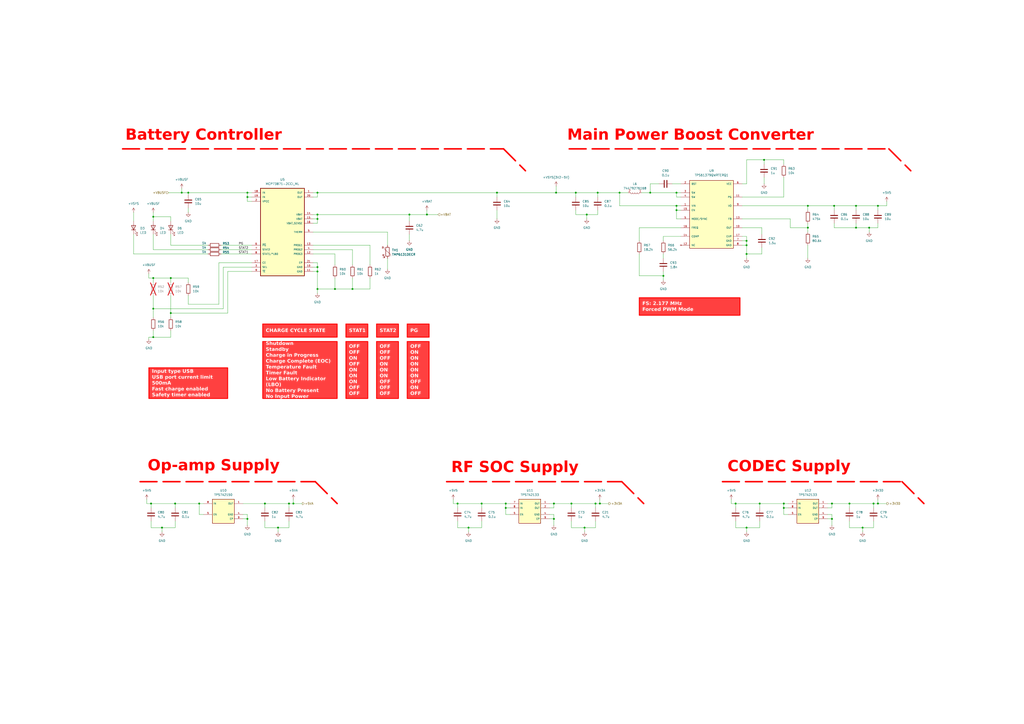
<source format=kicad_sch>
(kicad_sch (version 20231120) (generator "eeschema") (generator_version "8.0")
  (paper "A2")
  (title_block (title "POWER") (date "2025-03-29") (rev "0.1"))
  (lib_symbols
    (symbol "Device:C" (pin_numbers hide) (pin_names (offset 0.254))
      (property "Reference" "C" (at 0.635 2.54 0))
      (property "Value" "C" (at 0.635 -2.54 0))
      (symbol "C_1_1"
        (pin passive line (at 0 3.81 270) (length 2.794) (name "~") (number "1"))
        (pin passive line (at 0 -3.81 90) (length 2.794) (name "~") (number "2"))
      )
    )
    (symbol "Device:LED" (pin_numbers hide) (pin_names (offset 1.016) hide)
      (property "Reference" "D" (at 0 2.54 0))
      (property "Value" "LED" (at 0 -2.54 0))
      (symbol "LED_1_1"
        (pin passive line (at -3.81 0 0) (length 2.54) (name "K") (number "1"))
        (pin passive line (at 3.81 0 180) (length 2.54) (name "A") (number "2"))
      )
    )
    (symbol "Device:R" (pin_numbers hide) (pin_names (offset 0))
      (property "Reference" "R" (at 2.032 0 90))
      (property "Value" "R" (at 0 0 90))
      (symbol "R_1_1"
        (pin passive line (at 0 3.81 270) (length 1.27) (name "~") (number "1"))
        (pin passive line (at 0 -3.81 90) (length 1.27) (name "~") (number "2"))
      )
    )
    (symbol "Device:Thermistor_NTC" (pin_numbers hide) (pin_names (offset 0))
      (property "Reference" "TH" (at -4.445 0 90))
      (property "Value" "Thermistor_NTC" (at 3.175 0 90))
      (symbol "Thermistor_NTC_1_1"
        (pin passive line (at 0 3.81 270) (length 1.27) (name "~") (number "1"))
        (pin passive line (at 0 -3.81 90) (length 1.27) (name "~") (number "2"))
      )
    )
    (symbol "Wirelles_Guitar_Jack:74479276168"
      (property "Reference" "L" (at 0 0 0))
      (property "Value" "74479276168" (at 0 0 0))
      (symbol "74479276168_1_1"
        (pin passive line (at -3.81 -5.08 0) (length 1.27) (name "") (number "1"))
        (pin passive line (at 3.81 -5.08 180) (length 1.27) (name "") (number "2"))
      )
    )
    (symbol "Wirelles_Guitar_Jack:MCP73871-2CCI_ML" (pin_names (offset 1.016))
      (property "Reference" "U" (at -12.7 26.4 0))
      (property "Value" "MCP73871-2CCI_ML" (at -12.7 -29.4 0))
      (symbol "MCP73871-2CCI_ML_0_0"
        (pin output line (at 17.78 22.86 180) (length 5.08) (name "OUT") (number "1"))
        (pin bidirectional line (at 17.78 -12.7 180) (length 5.08) (name "PROG3") (number "12"))
        (pin bidirectional line (at 17.78 -7.62 180) (length 5.08) (name "PROG1") (number "13"))
        (pin bidirectional line (at 17.78 10.16 180) (length 5.08) (name "VBAT") (number "14"))
        (pin bidirectional line (at 17.78 7.62 180) (length 5.08) (name "VBAT") (number "15"))
        (pin bidirectional line (at 17.78 5.08 180) (length 5.08) (name "VBAT_SENSE") (number "16"))
        (pin input line (at -17.78 -17.78 0) (length 5.08) (name "CE") (number "17"))
        (pin input line (at -17.78 22.86 0) (length 5.08) (name "IN") (number "18"))
        (pin input line (at -17.78 20.32 0) (length 5.08) (name "IN") (number "19"))
        (pin input line (at -17.78 17.78 0) (length 5.08) (name "VPCC") (number "2"))
        (pin output line (at 17.78 20.32 180) (length 5.08) (name "OUT") (number "20"))
        (pin input line (at -17.78 -20.32 0) (length 5.08) (name "SEL") (number "3"))
        (pin input line (at 17.78 -10.16 180) (length 5.08) (name "PROG2") (number "4"))
        (pin bidirectional line (at 17.78 0 180) (length 5.08) (name "THERM") (number "5"))
        (pin output line (at -17.78 -7.62 0) (length 5.08) (name "~{PG}") (number "6"))
        (pin output line (at -17.78 -10.16 0) (length 5.08) (name "STAT2") (number "7"))
        (pin output line (at -17.78 -12.7 0) (length 5.08) (name "STAT1/*LBO") (number "8"))
        (pin input line (at -17.78 -22.86 0) (length 5.08) (name "~{TE}") (number "9"))
      )
      (symbol "MCP73871-2CCI_ML_1_0"
        (pin passive line (at 17.78 -20.32 180) (length 5.08) (name "GND") (number "10"))
        (pin passive line (at 17.78 -22.86 180) (length 5.08) (name "GND") (number "11"))
        (pin passive line (at 17.78 -17.78 180) (length 5.08) (name "EP") (number "21"))
      )
    )
    (symbol "Wirelles_Guitar_Jack:TPS61379QWRTERQ1" (pin_names (offset 1.016))
      (property "Reference" "U" (at -12.7 22.86 0))
      (property "Value" "TPS61379QWRTERQ1" (at -12.7 -22.86 0))
      (symbol "TPS61379QWRTERQ1_0_0"
        (pin power_in line (at -17.78 5.08 0) (length 5.08) (name "VIN") (number "1"))
        (pin power_in line (at 17.78 -7.62 180) (length 5.08) (name "OUT") (number "10"))
        (pin output line (at 17.78 10.16 180) (length 5.08) (name "PG") (number "11"))
        (pin no_connect line (at -17.78 -17.78 0) (length 5.08) (name "NC") (number "12"))
        (pin input line (at 17.78 -2.54 180) (length 5.08) (name "FB") (number "13"))
        (pin input line (at -17.78 -12.7 0) (length 5.08) (name "COMP") (number "14"))
        (pin input line (at -17.78 2.54 0) (length 5.08) (name "EN") (number "15"))
        (pin input line (at -17.78 -7.62 0) (length 5.08) (name "FREQ") (number "16"))
        (pin passive line (at 17.78 -12.7 180) (length 5.08) (name "EXP") (number "17"))
        (pin power_in line (at -17.78 17.78 0) (length 5.08) (name "BST") (number "2"))
        (pin power_in line (at -17.78 12.7 0) (length 5.08) (name "SW") (number "3"))
        (pin power_in line (at -17.78 10.16 0) (length 5.08) (name "SW") (number "4"))
        (pin input line (at -17.78 -2.54 0) (length 5.08) (name "MODE/SYNC") (number "5"))
        (pin power_in line (at 17.78 17.78 180) (length 5.08) (name "VCC") (number "6"))
        (pin power_in line (at 17.78 -15.24 180) (length 5.08) (name "GND") (number "7"))
        (pin power_in line (at 17.78 -17.78 180) (length 5.08) (name "GND") (number "8"))
        (pin power_in line (at 17.78 5.08 180) (length 5.08) (name "VO") (number "9"))
      )
    )
    (symbol "Wirelles_Guitar_Jack:TPS7A2133PQWDSGRQ1"
      (property "Reference" "U" (at 0 0 0))
      (property "Value" "TPS7A2133" (at 0 0 0))
      (symbol "TPS7A2133PQWDSGRQ1_0_0"
        (pin power_out line (at 19.05 -3.81 180) (length 5.08) (name "OUT") (number "1"))
        (pin power_out line (at 19.05 -6.35 180) (length 5.08) (name "OUT") (number "2"))
        (pin passive line (at 19.05 -10.16 180) (length 5.08) (name "GND") (number "4"))
        (pin input line (at -3.81 -10.16 0) (length 5.08) (name "EN") (number "5"))
        (pin power_in line (at -3.81 -3.81 0) (length 5.08) (name "IN") (number "7"))
        (pin power_in line (at -3.81 -6.35 0) (length 5.08) (name "IN") (number "8"))
        (pin passive line (at 19.05 -12.7 180) (length 5.08) (name "EP") (number "9"))
      )
    )
    (symbol "Wirelles_Guitar_Jack:TPS7A2150PQWDRBRQ1"
      (property "Reference" "U" (at 0 0 0))
      (property "Value" "TPS7A2150" (at 0 0 0))
      (symbol "TPS7A2150PQWDRBRQ1_0_0"
        (pin power_out line (at 19.05 -5.08 180) (length 5.08) (name "OUT") (number "1"))
        (pin passive line (at 19.05 -11.43 180) (length 5.08) (name "GND") (number "4"))
        (pin input line (at -3.81 -11.43 0) (length 5.08) (name "EN") (number "5"))
        (pin power_in line (at -3.81 -5.08 0) (length 5.08) (name "IN") (number "8"))
        (pin passive line (at 19.05 -13.97 180) (length 5.08) (name "EP") (number "9"))
      )
    )
    (symbol "power:+5VA" (power) (pin_numbers hide) (pin_names (offset 0) hide)
      (property "Value" "+5VA" (at 0 3.556 0))
      (symbol "+5VA_1_1"
        (pin power_in line (at 0 0 90) (length 0) (name "~") (number "1"))
      )
    )
    (symbol "power:GND" (power) (pin_numbers hide) (pin_names (offset 0) hide)
      (property "Value" "GND" (at 0 -3.81 0))
      (symbol "GND_1_1"
        (pin power_in line (at 0 0 270) (length 0) (name "~") (number "1"))
      )
    )
  )
  (junction (at 433.07 142.24))
  (junction (at 265.43 292.1))
  (junction (at 454.66 294.64))
  (junction (at 87.63 292.1))
  (junction (at 321.31 300.99))
  (junction (at 153.67 292.1))
  (junction (at 483.87 119.38))
  (junction (at 509.27 292.1))
  (junction (at 468.63 119.38))
  (junction (at 115.57 292.1))
  (junction (at 88.9 161.29))
  (junction (at 345.44 292.1))
  (junction (at 433.07 147.32))
  (junction (at 443.23 92.71))
  (junction (at 322.58 111.76))
  (junction (at 492.76 292.1))
  (junction (at 99.06 181.61))
  (junction (at 392.43 121.92))
  (junction (at 392.43 111.76))
  (junction (at 204.47 167.64))
  (junction (at 496.57 119.38))
  (junction (at 105.41 111.76))
  (junction (at 347.98 292.1))
  (junction (at 504.19 132.08))
  (junction (at 184.15 154.94))
  (junction (at 433.07 306.07))
  (junction (at 88.9 179.07))
  (junction (at 271.78 306.07))
  (junction (at 93.98 306.07))
  (junction (at 167.64 292.1))
  (junction (at 500.38 306.07))
  (junction (at 377.19 111.76))
  (junction (at 184.15 167.64))
  (junction (at 184.15 124.46))
  (junction (at 426.72 292.1))
  (junction (at 161.29 306.07))
  (junction (at 293.37 292.1))
  (junction (at 184.15 111.76))
  (junction (at 184.15 127))
  (junction (at 359.41 111.76))
  (junction (at 279.4 292.1))
  (junction (at 482.6 300.99))
  (junction (at 433.07 139.7))
  (junction (at 331.47 292.1))
  (junction (at 321.31 292.1))
  (junction (at 109.22 111.76))
  (junction (at 334.01 111.76))
  (junction (at 392.43 119.38))
  (junction (at 509.27 119.38))
  (junction (at 293.37 294.64))
  (junction (at 184.15 157.48))
  (junction (at 482.6 292.1))
  (junction (at 384.81 160.02))
  (junction (at 247.65 124.46))
  (junction (at 346.71 111.76))
  (junction (at 88.9 125.73))
  (junction (at 454.66 292.1))
  (junction (at 340.36 124.46))
  (junction (at 143.51 300.99))
  (junction (at 339.09 306.07))
  (junction (at 99.06 161.29))
  (junction (at 288.29 111.76))
  (junction (at 237.49 124.46))
  (junction (at 143.51 114.3))
  (junction (at 496.57 132.08))
  (junction (at 506.73 292.1))
  (junction (at 440.69 292.1))
  (junction (at 468.63 132.08))
  (junction (at 101.6 292.1))
  (junction (at 88.9 195.58))
  (junction (at 194.31 167.64))
  (junction (at 170.18 292.1))
  (junction (at 143.51 111.76))
  (wire (pts (xy 443.23 102.87) (xy 443.23 106.68)))
  (wire (pts (xy 458.47 127) (xy 458.47 132.08)))
  (wire (pts (xy 86.36 161.29) (xy 88.9 161.29)))
  (wire (pts (xy 492.76 306.07) (xy 500.38 306.07)))
  (wire (pts (xy 458.47 132.08) (xy 468.63 132.08)))
  (wire (pts (xy 87.63 292.1) (xy 101.6 292.1)))
  (wire (pts (xy 392.43 114.3) (xy 392.43 111.76)))
  (wire (pts (xy 265.43 302.26) (xy 265.43 306.07)))
  (wire (pts (xy 339.09 306.07) (xy 339.09 308.61)))
  (wire (pts (xy 167.64 292.1) (xy 167.64 294.64)))
  (wire (pts (xy 480.06 294.64) (xy 482.6 294.64)))
  (wire (pts (xy 370.84 147.32) (xy 370.84 160.02)))
  (wire (pts (xy 194.31 147.32) (xy 194.31 153.67)))
  (wire (pts (xy 331.47 292.1) (xy 345.44 292.1)))
  (wire (pts (xy 153.67 302.26) (xy 153.67 306.07)))
  (wire (pts (xy 321.31 292.1) (xy 331.47 292.1)))
  (wire (pts (xy 331.47 302.26) (xy 331.47 306.07)))
  (wire (pts (xy 318.77 300.99) (xy 321.31 300.99)))
  (wire (pts (xy 482.6 292.1) (xy 492.76 292.1)))
  (wire (pts (xy 204.47 144.78) (xy 204.47 153.67)))
  (wire (pts (xy 394.97 132.08) (xy 370.84 132.08)))
  (wire (pts (xy 86.36 158.75) (xy 86.36 161.29)))
  (wire (pts (xy 345.44 292.1) (xy 345.44 294.64)))
  (wire (pts (xy 440.69 306.07) (xy 440.69 302.26)))
  (wire (pts (xy 430.53 142.24) (xy 433.07 142.24)))
  (wire (pts (xy 118.11 298.45) (xy 115.57 298.45)))
  (wire (pts (xy 509.27 292.1) (xy 509.27 289.56)))
  (wire (pts (xy 181.61 127) (xy 184.15 127)))
  (wire (pts (xy 109.22 113.03) (xy 109.22 111.76)))
  (wire (pts (xy 295.91 298.45) (xy 293.37 298.45)))
  (wire (pts (xy 237.49 124.46) (xy 247.65 124.46)))
  (wire (pts (xy 457.2 294.64) (xy 454.66 294.64)))
  (wire (pts (xy 318.77 298.45) (xy 321.31 298.45)))
  (wire (pts (xy 441.96 132.08) (xy 430.53 132.08)))
  (wire (pts (xy 322.58 107.95) (xy 322.58 111.76)))
  (wire (pts (xy 483.87 132.08) (xy 483.87 129.54)))
  (wire (pts (xy 181.61 152.4) (xy 184.15 152.4)))
  (wire (pts (xy 153.67 292.1) (xy 153.67 294.64)))
  (wire (pts (xy 184.15 127) (xy 184.15 124.46)))
  (wire (pts (xy 433.07 306.07) (xy 433.07 308.61)))
  (wire (pts (xy 184.15 152.4) (xy 184.15 154.94)))
  (wire (pts (xy 370.84 132.08) (xy 370.84 139.7)))
  (wire (pts (xy 506.73 292.1) (xy 509.27 292.1)))
  (wire (pts (xy 87.63 292.1) (xy 87.63 294.64)))
  (wire (pts (xy 382.27 106.68) (xy 377.19 106.68)))
  (wire (pts (xy 214.63 142.24) (xy 214.63 153.67)))
  (polyline (pts (xy 292.1 86.36) (xy 304.8 99.06)) (stroke (width 0.889) (type dash) (color 255 0 0 1)))
  (wire (pts (xy 394.97 119.38) (xy 392.43 119.38)))
  (wire (pts (xy 430.53 119.38) (xy 468.63 119.38)))
  (wire (pts (xy 279.4 306.07) (xy 279.4 302.26)))
  (wire (pts (xy 204.47 167.64) (xy 194.31 167.64)))
  (wire (pts (xy 394.97 127) (xy 392.43 127)))
  (wire (pts (xy 334.01 111.76) (xy 334.01 114.3)))
  (wire (pts (xy 181.61 134.62) (xy 224.79 134.62)))
  (wire (pts (xy 153.67 292.1) (xy 167.64 292.1)))
  (wire (pts (xy 101.6 294.64) (xy 101.6 292.1)))
  (polyline (pts (xy 360.68 279.4) (xy 373.38 292.1)) (stroke (width 0.889) (type dash) (color 255 0 0 1)))
  (wire (pts (xy 161.29 306.07) (xy 161.29 308.61)))
  (wire (pts (xy 496.57 132.08) (xy 483.87 132.08)))
  (wire (pts (xy 146.05 114.3) (xy 143.51 114.3)))
  (wire (pts (xy 86.36 195.58) (xy 86.36 196.85)))
  (wire (pts (xy 392.43 121.92) (xy 392.43 119.38)))
  (wire (pts (xy 194.31 167.64) (xy 184.15 167.64)))
  (wire (pts (xy 392.43 127) (xy 392.43 121.92)))
  (wire (pts (xy 480.06 298.45) (xy 482.6 298.45)))
  (wire (pts (xy 321.31 298.45) (xy 321.31 300.99)))
  (wire (pts (xy 128.27 144.78) (xy 146.05 144.78)))
  (wire (pts (xy 170.18 292.1) (xy 170.18 289.56)))
  (wire (pts (xy 500.38 306.07) (xy 500.38 308.61)))
  (wire (pts (xy 372.11 111.76) (xy 377.19 111.76)))
  (wire (pts (xy 426.72 302.26) (xy 426.72 306.07)))
  (wire (pts (xy 514.35 119.38) (xy 514.35 116.84)))
  (wire (pts (xy 339.09 306.07) (xy 345.44 306.07)))
  (wire (pts (xy 129.54 154.94) (xy 146.05 154.94)))
  (wire (pts (xy 109.22 161.29) (xy 99.06 161.29)))
  (wire (pts (xy 109.22 111.76) (xy 143.51 111.76)))
  (wire (pts (xy 331.47 292.1) (xy 331.47 294.64)))
  (wire (pts (xy 127 152.4) (xy 127 176.53)))
  (wire (pts (xy 99.06 171.45) (xy 99.06 181.61)))
  (wire (pts (xy 293.37 298.45) (xy 293.37 294.64)))
  (wire (pts (xy 392.43 111.76) (xy 394.97 111.76)))
  (polyline (pts (xy 330.2 86.36) (xy 515.62 86.36)) (stroke (width 0.889) (type dash) (color 255 0 0 1)))
  (wire (pts (xy 93.98 306.07) (xy 93.98 308.61)))
  (wire (pts (xy 426.72 292.1) (xy 426.72 294.64)))
  (wire (pts (xy 77.47 123.19) (xy 77.47 128.27)))
  (wire (pts (xy 430.53 127) (xy 458.47 127)))
  (wire (pts (xy 184.15 157.48) (xy 184.15 167.64)))
  (wire (pts (xy 346.71 111.76) (xy 346.71 114.3)))
  (wire (pts (xy 389.89 106.68) (xy 394.97 106.68)))
  (wire (pts (xy 334.01 121.92) (xy 334.01 124.46)))
  (wire (pts (xy 214.63 161.29) (xy 214.63 167.64)))
  (wire (pts (xy 370.84 160.02) (xy 384.81 160.02)))
  (wire (pts (xy 105.41 111.76) (xy 109.22 111.76)))
  (wire (pts (xy 224.79 149.86) (xy 224.79 156.21)))
  (wire (pts (xy 384.81 157.48) (xy 384.81 160.02)))
  (wire (pts (xy 394.97 121.92) (xy 392.43 121.92)))
  (wire (pts (xy 181.61 154.94) (xy 184.15 154.94)))
  (wire (pts (xy 181.61 157.48) (xy 184.15 157.48)))
  (wire (pts (xy 433.07 137.16) (xy 433.07 139.7)))
  (wire (pts (xy 346.71 121.92) (xy 346.71 124.46)))
  (wire (pts (xy 181.61 142.24) (xy 214.63 142.24)))
  (wire (pts (xy 424.18 289.56) (xy 424.18 292.1)))
  (wire (pts (xy 506.73 302.26) (xy 506.73 306.07)))
  (wire (pts (xy 454.66 114.3) (xy 454.66 102.87)))
  (wire (pts (xy 88.9 125.73) (xy 88.9 128.27)))
  (wire (pts (xy 322.58 111.76) (xy 334.01 111.76)))
  (polyline (pts (xy 182.88 279.4) (xy 195.58 292.1)) (stroke (width 0.889) (type dash) (color 255 0 0 1)))
  (wire (pts (xy 321.31 300.99) (xy 321.31 304.8)))
  (wire (pts (xy 87.63 302.26) (xy 87.63 306.07)))
  (wire (pts (xy 293.37 292.1) (xy 295.91 292.1)))
  (wire (pts (xy 184.15 129.54) (xy 184.15 127)))
  (wire (pts (xy 88.9 144.78) (xy 88.9 135.89)))
  (wire (pts (xy 496.57 119.38) (xy 509.27 119.38)))
  (polyline (pts (xy 81.28 279.4) (xy 182.88 279.4)) (stroke (width 0.889) (type dash) (color 255 0 0 1)))
  (wire (pts (xy 132.08 157.48) (xy 132.08 181.61)))
  (wire (pts (xy 247.65 121.92) (xy 247.65 124.46)))
  (wire (pts (xy 271.78 306.07) (xy 279.4 306.07)))
  (wire (pts (xy 384.81 137.16) (xy 394.97 137.16)))
  (polyline (pts (xy 515.62 86.36) (xy 528.32 99.06)) (stroke (width 0.889) (type dash) (color 255 0 0 1)))
  (wire (pts (xy 392.43 119.38) (xy 359.41 119.38)))
  (wire (pts (xy 509.27 119.38) (xy 509.27 121.92)))
  (wire (pts (xy 85.09 289.56) (xy 85.09 292.1)))
  (wire (pts (xy 140.97 298.45) (xy 143.51 298.45)))
  (wire (pts (xy 120.65 144.78) (xy 88.9 144.78)))
  (wire (pts (xy 237.49 128.27) (xy 237.49 124.46)))
  (wire (pts (xy 377.19 106.68) (xy 377.19 111.76)))
  (wire (pts (xy 468.63 119.38) (xy 483.87 119.38)))
  (wire (pts (xy 359.41 119.38) (xy 359.41 111.76)))
  (wire (pts (xy 433.07 106.68) (xy 433.07 92.71)))
  (wire (pts (xy 97.79 111.76) (xy 105.41 111.76)))
  (wire (pts (xy 129.54 179.07) (xy 129.54 154.94)))
  (wire (pts (xy 88.9 179.07) (xy 129.54 179.07)))
  (wire (pts (xy 504.19 132.08) (xy 504.19 134.62)))
  (wire (pts (xy 86.36 195.58) (xy 88.9 195.58)))
  (wire (pts (xy 295.91 294.64) (xy 293.37 294.64)))
  (wire (pts (xy 143.51 300.99) (xy 143.51 304.8)))
  (wire (pts (xy 424.18 292.1) (xy 426.72 292.1)))
  (wire (pts (xy 214.63 167.64) (xy 204.47 167.64)))
  (wire (pts (xy 483.87 119.38) (xy 496.57 119.38)))
  (wire (pts (xy 288.29 121.92) (xy 288.29 127)))
  (wire (pts (xy 88.9 195.58) (xy 99.06 195.58)))
  (wire (pts (xy 101.6 306.07) (xy 101.6 302.26)))
  (wire (pts (xy 105.41 109.22) (xy 105.41 111.76)))
  (wire (pts (xy 181.61 124.46) (xy 184.15 124.46)))
  (wire (pts (xy 492.76 292.1) (xy 492.76 294.64)))
  (wire (pts (xy 170.18 292.1) (xy 175.26 292.1)))
  (polyline (pts (xy 259.08 279.4) (xy 360.68 279.4)) (stroke (width 0.889) (type dash) (color 255 0 0 1)))
  (wire (pts (xy 85.09 292.1) (xy 87.63 292.1)))
  (wire (pts (xy 181.61 144.78) (xy 204.47 144.78)))
  (wire (pts (xy 482.6 292.1) (xy 482.6 294.64)))
  (wire (pts (xy 184.15 114.3) (xy 184.15 111.76)))
  (wire (pts (xy 279.4 294.64) (xy 279.4 292.1)))
  (wire (pts (xy 184.15 167.64) (xy 184.15 170.18)))
  (wire (pts (xy 293.37 292.1) (xy 293.37 294.64)))
  (wire (pts (xy 265.43 292.1) (xy 279.4 292.1)))
  (wire (pts (xy 433.07 139.7) (xy 433.07 142.24)))
  (wire (pts (xy 334.01 124.46) (xy 340.36 124.46)))
  (wire (pts (xy 143.51 111.76) (xy 146.05 111.76)))
  (wire (pts (xy 433.07 147.32) (xy 433.07 149.86)))
  (wire (pts (xy 334.01 111.76) (xy 346.71 111.76)))
  (wire (pts (xy 271.78 306.07) (xy 271.78 308.61)))
  (wire (pts (xy 492.76 302.26) (xy 492.76 306.07)))
  (wire (pts (xy 115.57 292.1) (xy 115.57 298.45)))
  (wire (pts (xy 184.15 111.76) (xy 181.61 111.76)))
  (wire (pts (xy 492.76 292.1) (xy 506.73 292.1)))
  (wire (pts (xy 443.23 92.71) (xy 454.66 92.71)))
  (wire (pts (xy 140.97 292.1) (xy 153.67 292.1)))
  (wire (pts (xy 262.89 292.1) (xy 265.43 292.1)))
  (wire (pts (xy 321.31 292.1) (xy 321.31 294.64)))
  (wire (pts (xy 237.49 135.89) (xy 237.49 139.7)))
  (wire (pts (xy 99.06 135.89) (xy 99.06 142.24)))
  (polyline (pts (xy 71.12 86.36) (xy 292.1 86.36)) (stroke (width 0.889) (type dash) (color 255 0 0 1)))
  (wire (pts (xy 430.53 139.7) (xy 433.07 139.7)))
  (wire (pts (xy 181.61 147.32) (xy 194.31 147.32)))
  (wire (pts (xy 99.06 125.73) (xy 99.06 128.27)))
  (wire (pts (xy 384.81 139.7) (xy 384.81 137.16)))
  (wire (pts (xy 279.4 292.1) (xy 293.37 292.1)))
  (wire (pts (xy 181.61 114.3) (xy 184.15 114.3)))
  (wire (pts (xy 440.69 294.64) (xy 440.69 292.1)))
  (wire (pts (xy 87.63 306.07) (xy 93.98 306.07)))
  (wire (pts (xy 340.36 124.46) (xy 346.71 124.46)))
  (wire (pts (xy 99.06 181.61) (xy 132.08 181.61)))
  (wire (pts (xy 99.06 184.15) (xy 99.06 181.61)))
  (wire (pts (xy 468.63 129.54) (xy 468.63 132.08)))
  (wire (pts (xy 143.51 114.3) (xy 143.51 111.76)))
  (wire (pts (xy 440.69 292.1) (xy 454.66 292.1)))
  (wire (pts (xy 109.22 171.45) (xy 109.22 176.53)))
  (wire (pts (xy 509.27 119.38) (xy 514.35 119.38)))
  (wire (pts (xy 345.44 292.1) (xy 347.98 292.1)))
  (wire (pts (xy 454.66 298.45) (xy 454.66 294.64)))
  (wire (pts (xy 88.9 179.07) (xy 88.9 184.15)))
  (wire (pts (xy 426.72 292.1) (xy 440.69 292.1)))
  (wire (pts (xy 331.47 306.07) (xy 339.09 306.07)))
  (wire (pts (xy 430.53 114.3) (xy 454.66 114.3)))
  (wire (pts (xy 480.06 300.99) (xy 482.6 300.99)))
  (wire (pts (xy 93.98 306.07) (xy 101.6 306.07)))
  (wire (pts (xy 504.19 132.08) (xy 496.57 132.08)))
  (wire (pts (xy 115.57 292.1) (xy 118.11 292.1)))
  (wire (pts (xy 265.43 306.07) (xy 271.78 306.07)))
  (wire (pts (xy 99.06 161.29) (xy 88.9 161.29)))
  (wire (pts (xy 509.27 129.54) (xy 509.27 132.08)))
  (wire (pts (xy 441.96 147.32) (xy 441.96 143.51)))
  (wire (pts (xy 194.31 161.29) (xy 194.31 167.64)))
  (wire (pts (xy 140.97 300.99) (xy 143.51 300.99)))
  (wire (pts (xy 506.73 292.1) (xy 506.73 294.64)))
  (wire (pts (xy 146.05 152.4) (xy 127 152.4)))
  (wire (pts (xy 443.23 92.71) (xy 443.23 95.25)))
  (wire (pts (xy 496.57 119.38) (xy 496.57 121.92)))
  (wire (pts (xy 77.47 147.32) (xy 120.65 147.32)))
  (wire (pts (xy 184.15 111.76) (xy 288.29 111.76)))
  (wire (pts (xy 430.53 137.16) (xy 433.07 137.16)))
  (wire (pts (xy 288.29 111.76) (xy 288.29 114.3)))
  (wire (pts (xy 99.06 195.58) (xy 99.06 191.77)))
  (wire (pts (xy 347.98 292.1) (xy 353.06 292.1)))
  (wire (pts (xy 109.22 163.83) (xy 109.22 161.29)))
  (wire (pts (xy 468.63 119.38) (xy 468.63 121.92)))
  (wire (pts (xy 482.6 298.45) (xy 482.6 300.99)))
  (wire (pts (xy 394.97 114.3) (xy 392.43 114.3)))
  (wire (pts (xy 262.89 289.56) (xy 262.89 292.1)))
  (wire (pts (xy 468.63 132.08) (xy 468.63 134.62)))
  (wire (pts (xy 359.41 111.76) (xy 364.49 111.76)))
  (wire (pts (xy 318.77 292.1) (xy 321.31 292.1)))
  (wire (pts (xy 128.27 142.24) (xy 146.05 142.24)))
  (wire (pts (xy 345.44 302.26) (xy 345.44 306.07)))
  (wire (pts (xy 433.07 142.24) (xy 433.07 147.32)))
  (wire (pts (xy 384.81 147.32) (xy 384.81 149.86)))
  (wire (pts (xy 146.05 157.48) (xy 132.08 157.48)))
  (wire (pts (xy 347.98 292.1) (xy 347.98 289.56)))
  (wire (pts (xy 483.87 119.38) (xy 483.87 121.92)))
  (wire (pts (xy 480.06 292.1) (xy 482.6 292.1)))
  (wire (pts (xy 88.9 123.19) (xy 88.9 125.73)))
  (wire (pts (xy 377.19 111.76) (xy 392.43 111.76)))
  (wire (pts (xy 99.06 163.83) (xy 99.06 161.29)))
  (wire (pts (xy 99.06 142.24) (xy 120.65 142.24)))
  (wire (pts (xy 340.36 124.46) (xy 340.36 127)))
  (wire (pts (xy 247.65 124.46) (xy 254 124.46)))
  (wire (pts (xy 433.07 306.07) (xy 440.69 306.07)))
  (wire (pts (xy 88.9 125.73) (xy 99.06 125.73)))
  (wire (pts (xy 346.71 111.76) (xy 359.41 111.76)))
  (wire (pts (xy 143.51 116.84) (xy 143.51 114.3)))
  (wire (pts (xy 454.66 292.1) (xy 454.66 294.64)))
  (wire (pts (xy 384.81 160.02) (xy 384.81 162.56)))
  (wire (pts (xy 88.9 161.29) (xy 88.9 163.83)))
  (polyline (pts (xy 523.24 279.4) (xy 535.94 292.1)) (stroke (width 0.889) (type dash) (color 255 0 0 1)))
  (wire (pts (xy 430.53 106.68) (xy 433.07 106.68)))
  (wire (pts (xy 109.22 176.53) (xy 127 176.53)))
  (polyline (pts (xy 419.1 279.4) (xy 523.24 279.4)) (stroke (width 0.889) (type dash) (color 255 0 0 1)))
  (wire (pts (xy 128.27 147.32) (xy 146.05 147.32)))
  (wire (pts (xy 288.29 111.76) (xy 322.58 111.76)))
  (wire (pts (xy 109.22 120.65) (xy 109.22 123.19)))
  (wire (pts (xy 77.47 135.89) (xy 77.47 147.32)))
  (wire (pts (xy 146.05 116.84) (xy 143.51 116.84)))
  (wire (pts (xy 433.07 147.32) (xy 441.96 147.32)))
  (wire (pts (xy 204.47 161.29) (xy 204.47 167.64)))
  (wire (pts (xy 482.6 300.99) (xy 482.6 304.8)))
  (wire (pts (xy 161.29 306.07) (xy 167.64 306.07)))
  (wire (pts (xy 184.15 154.94) (xy 184.15 157.48)))
  (wire (pts (xy 153.67 306.07) (xy 161.29 306.07)))
  (wire (pts (xy 143.51 298.45) (xy 143.51 300.99)))
  (wire (pts (xy 457.2 298.45) (xy 454.66 298.45)))
  (wire (pts (xy 318.77 294.64) (xy 321.31 294.64)))
  (wire (pts (xy 433.07 92.71) (xy 443.23 92.71)))
  (wire (pts (xy 167.64 292.1) (xy 170.18 292.1)))
  (wire (pts (xy 500.38 306.07) (xy 506.73 306.07)))
  (wire (pts (xy 509.27 132.08) (xy 504.19 132.08)))
  (wire (pts (xy 496.57 129.54) (xy 496.57 132.08)))
  (wire (pts (xy 101.6 292.1) (xy 115.57 292.1)))
  (wire (pts (xy 88.9 171.45) (xy 88.9 179.07)))
  (wire (pts (xy 454.66 92.71) (xy 454.66 95.25)))
  (wire (pts (xy 167.64 302.26) (xy 167.64 306.07)))
  (wire (pts (xy 426.72 306.07) (xy 433.07 306.07)))
  (wire (pts (xy 88.9 195.58) (xy 88.9 191.77)))
  (wire (pts (xy 265.43 292.1) (xy 265.43 294.64)))
  (wire (pts (xy 454.66 292.1) (xy 457.2 292.1)))
  (wire (pts (xy 224.79 134.62) (xy 224.79 142.24)))
  (wire (pts (xy 441.96 135.89) (xy 441.96 132.08)))
  (wire (pts (xy 509.27 292.1) (xy 514.35 292.1)))
  (wire (pts (xy 237.49 124.46) (xy 184.15 124.46)))
  (wire (pts (xy 468.63 142.24) (xy 468.63 149.86)))
  (wire (pts (xy 181.61 129.54) (xy 184.15 129.54)))
  (text_box "OFF\nON\nON\nON\nON\nON\nOFF\nON\nOFF" (at 236.22 198.12 0) (size 12.7 33.02) (stroke (width 0.508) (color 255 0 0 0.7490196078)) (fill (type color) (color 255 0 0 0.7490196078)) (effects (font (size 2.032 2.032) (thickness 0.3048) (bold yes)) (justify left)))
  (text_box "PG" (at 236.22 187.96 0) (size 12.7 7.62) (stroke (width 0.508) (color 255 0 0 0.7490196078)) (fill (type color) (color 255 0 0 0.7490196078)) (effects (font (size 2.032 2.032) (thickness 0.3048) (bold yes)) (justify left)))
  (text_box "OFF\nOFF\nOFF\nON \nON\nON \nOFF\nOFF\nOFF\n" (at 218.44 198.12 0) (size 12.7 33.02) (stroke (width 0.508) (color 255 0 0 0.7490196078)) (fill (type color) (color 255 0 0 0.7490196078)) (effects (font (size 2.032 2.032) (thickness 0.3048) (bold yes)) (justify left)))
  (text_box "Shutdown \nStandby \nCharge in Progress\nCharge Complete (EOC) \nTemperature Fault \nTimer Fault \nLow Battery Indicator (LBO) \nNo Battery Present \nNo Input Power " (at 152.4 198.12 0) (size 43.18 33.02) (stroke (width 0.508) (color 255 0 0 0.7490196078)) (fill (type color) (color 255 0 0 0.7490196078)) (effects (font (size 2.032 2.032) (thickness 0.3048) (bold yes)) (justify left)))
  (text_box "FS: 2.177 MHz\nForced PWM Mode" (at 370.84 172.72 0) (size 58.42 10.16) (stroke (width 0.508) (color 255 0 0 0.7490196078)) (fill (type color) (color 255 0 0 0.7490196078)) (effects (font (size 2.032 2.032) (thickness 0.3048) (bold yes)) (justify left)))
  (text_box "CHARGE CYCLE STATE" (at 152.4 187.96 0) (size 43.18 7.62) (stroke (width 0.508) (color 255 0 0 0.7490196078)) (fill (type color) (color 255 0 0 0.7490196078)) (effects (font (size 2.032 2.032) (thickness 0.3048) (bold yes)) (justify left)))
  (text_box "Input type USB\nUSB port current limit 500mA\nFast charge enabled\nSafety timer enabled" (at 86.36 213.36 0) (size 45.72 17.78) (stroke (width 0.508) (color 255 0 0 0.7490196078)) (fill (type color) (color 255 0 0 0.7490196078)) (effects (font (size 2.032 2.032) (thickness 0.3048) (bold yes)) (justify left)))
  (text_box "STAT1" (at 200.66 187.96 0) (size 12.7 7.62) (stroke (width 0.508) (color 255 0 0 0.7490196078)) (fill (type color) (color 255 0 0 0.7490196078)) (effects (font (size 2.032 2.032) (thickness 0.3048) (bold yes)) (justify left)))
  (text_box "STAT2" (at 218.44 187.96 0) (size 12.7 7.62) (stroke (width 0.508) (color 255 0 0 0.7490196078)) (fill (type color) (color 255 0 0 0.7490196078)) (effects (font (size 2.032 2.032) (thickness 0.3048) (bold yes)) (justify left)))
  (text_box "OFF\nOFF\nON \nOFF\nON \nON \nON \nOFF\nOFF\n" (at 200.66 198.12 0) (size 12.7 33.02) (stroke (width 0.508) (color 255 0 0 0.7490196078)) (fill (type color) (color 255 0 0 0.7490196078)) (effects (font (size 2.032 2.032) (thickness 0.3048) (bold yes)) (justify left)))
  (text "RF SOC Supply" (at 298.704 273.05 0) (effects (font (size 6.35 6.35) (thickness 2.54) (bold yes))))
  (text "Op-amp Supply" (at 123.952 272.034 0) (effects (font (size 6.35 6.35) (thickness 2.54) (bold yes))))
  (text "Battery Controller" (at 118.11 80.264 0) (effects (font (size 6.35 6.35) (thickness 2.54) (bold yes))))
  (text "CODEC Supply" (at 457.708 272.542 0) (effects (font (size 6.35 6.35) (thickness 2.54) (bold yes))))
  (text "Main Power Boost Converter" (at 400.558 80.264 0) (effects (font (size 6.35 6.35) (thickness 2.54) (bold yes))))
  (label "STAT2" (at 138.43 144.78 0))
  (label "PG" (at 138.43 142.24 0))
  (label "STAT1" (at 138.43 147.32 0))
  (hierarchical_label "+VBUSF" (shape input) (at 97.79 111.76 180))
  (hierarchical_label "+3V3D" (shape output) (at 514.35 292.1 0))
  (hierarchical_label "+3V3A" (shape output) (at 353.06 292.1 0))
  (hierarchical_label "+VBAT" (shape input) (at 254 124.46 0))
  (hierarchical_label "+5VA" (shape output) (at 175.26 292.1 0))
  (symbol (lib_id "Device:C") (at 492.76 298.45 0) (unit 1)
    (property "Reference" "C78" (at 496.57 297.1799 0) (effects (justify left)))
    (property "Value" "1u" (at 496.57 299.7199 0) (effects (justify left)))
    (property "Footprint" "Capacitor_SMD:C_0402_1005Metric" (effects (hide yes)))
    (property "Description" "Unpolarized capacitor" (effects (hide yes)))
  )
  (symbol (lib_id "Device:C") (at 288.29 118.11 0) (unit 1)
    (property "Reference" "C64" (at 292.1 116.8399 0) (effects (justify left)))
    (property "Value" "10u" (at 292.1 119.3799 0) (effects (justify left)))
    (property "Footprint" "Capacitor_SMD:C_0805_2012Metric" (effects (hide yes)))
    (property "Description" "Unpolarized capacitor" (effects (hide yes)))
  )
  (symbol (lib_id "Device:C") (at 346.71 118.11 0) (unit 1)
    (property "Reference" "C87" (at 350.52 116.8399 0) (effects (justify left)))
    (property "Value" "0.1u" (at 350.52 119.3799 0) (effects (justify left)))
    (property "Footprint" "Capacitor_SMD:C_0402_1005Metric" (effects (hide yes)))
    (property "Description" "Unpolarized capacitor" (effects (hide yes)))
  )
  (symbol (lib_id "power:GND") (at 271.78 308.61 0) (unit 1)
    (property "Reference" "#PWR0118" (effects (hide yes)))
    (property "Value" "GND" (at 271.78 313.69 0))
    (property "Description" "Power symbol creates a global label with name \"GND\" , ground" (effects (hide yes)))
  )
  (symbol (lib_id "Device:C") (at 440.69 298.45 0) (unit 1)
    (property "Reference" "C77" (at 444.5 297.1799 0) (effects (justify left)))
    (property "Value" "0.1u" (at 444.5 299.7199 0) (effects (justify left)))
    (property "Footprint" "Capacitor_SMD:C_0402_1005Metric" (effects (hide yes)))
    (property "Description" "Unpolarized capacitor" (effects (hide yes)))
  )
  (symbol (lib_id "power:+5VA") (at 262.89 289.56 0) (mirror y) (unit 1)
    (property "Reference" "#PWR0119" (effects (hide yes)))
    (property "Value" "+5V5" (at 262.89 284.48 0))
    (property "Description" "Power symbol creates a global label with name \"+5VA\"" (effects (hide yes)))
  )
  (symbol (lib_id "power:GND") (at 443.23 106.68 0) (unit 1)
    (property "Reference" "#PWR0129" (effects (hide yes)))
    (property "Value" "GND" (at 443.23 111.76 0))
    (property "Description" "Power symbol creates a global label with name \"GND\" , ground" (effects (hide yes)))
  )
  (symbol (lib_id "power:+5VA") (at 424.18 289.56 0) (mirror y) (unit 1)
    (property "Reference" "#PWR092" (effects (hide yes)))
    (property "Value" "+5V5" (at 424.18 284.48 0))
    (property "Description" "Power symbol creates a global label with name \"+5VA\"" (effects (hide yes)))
  )
  (symbol (lib_id "Device:C") (at 153.67 298.45 0) (unit 1)
    (property "Reference" "C82" (at 157.48 297.1799 0) (effects (justify left)))
    (property "Value" "1u" (at 157.48 299.7199 0) (effects (justify left)))
    (property "Footprint" "Capacitor_SMD:C_0402_1005Metric" (effects (hide yes)))
    (property "Description" "Unpolarized capacitor" (effects (hide yes)))
  )
  (symbol (lib_id "Device:C") (at 334.01 118.11 0) (unit 1)
    (property "Reference" "C85" (at 337.82 116.8399 0) (effects (justify left)))
    (property "Value" "10u" (at 337.82 119.3799 0) (effects (justify left)))
    (property "Footprint" "Capacitor_SMD:C_0805_2012Metric" (effects (hide yes)))
    (property "Description" "Unpolarized capacitor" (effects (hide yes)))
  )
  (symbol (lib_id "power:+5VA") (at 247.65 121.92 0) (mirror y) (unit 1)
    (property "Reference" "#PWR095" (effects (hide yes)))
    (property "Value" "+VBAT" (at 247.65 116.84 0))
    (property "Description" "Power symbol creates a global label with name \"+5VA\"" (effects (hide yes)))
  )
  (symbol (lib_id "Device:C") (at 483.87 125.73 0) (unit 1)
    (property "Reference" "C86" (at 487.68 124.4599 0) (effects (justify left)))
    (property "Value" "0.1u" (at 487.68 126.9999 0) (effects (justify left)))
    (property "Footprint" "Capacitor_SMD:C_0402_1005Metric" (effects (hide yes)))
    (property "Description" "Unpolarized capacitor" (effects (hide yes)))
  )
  (symbol (lib_id "Device:R") (at 109.22 167.64 0) (unit 1)
    (property "Reference" "R59" (at 111.76 166.3699 0) (effects (justify left)))
    (property "Value" "10k" (at 111.76 168.9099 0) (effects (justify left)))
    (property "Footprint" "Resistor_SMD:R_0402_1005Metric" (effects (hide yes)))
    (property "Description" "Resistor" (effects (hide yes)))
  )
  (symbol (lib_id "Device:R") (at 88.9 167.64 0) (unit 1) (dnp yes)
    (property "Reference" "R52" (at 91.44 166.3699 0) (effects (justify left)))
    (property "Value" "10k" (at 91.44 168.9099 0) (effects (justify left)))
    (property "Footprint" "Resistor_SMD:R_0402_1005Metric" (effects (hide yes)))
    (property "Description" "Resistor" (effects (hide yes)))
  )
  (symbol (lib_id "Wirelles_Guitar_Jack:74479276168") (at 368.3 116.84 180) (unit 1)
    (property "Reference" "L6" (at 368.3 106.68 0))
    (property "Value" "74479276168" (at 368.3 109.22 0))
    (property "Footprint" "Wirelles_Guitar_Jack:INDC2016X100N" (effects (hide yes)))
    (property "Description" "  680 nH Shielded Molded Inductor 2.5 A 54mOhm Max 0806 (2016 Metric)" (effects (hide yes)))
  )
  (symbol (lib_id "Device:Thermistor_NTC") (at 224.79 146.05 0) (unit 1)
    (property "Reference" "TH1" (at 227.33 145.0974 0) (effects (justify left)))
    (property "Value" "TMP6131DECR" (at 227.33 147.6374 0) (effects (justify left)))
    (property "Footprint" "Resistor_SMD:R_0402_1005Metric" (effects (hide yes)))
    (property "Description" "Temperature dependent resistor, negative temperature coefficient" (effects (hide yes)))
  )
  (symbol (lib_id "power:GND") (at 384.81 162.56 0) (unit 1)
    (property "Reference" "#PWR0133" (effects (hide yes)))
    (property "Value" "GND" (at 384.81 167.64 0))
    (property "Description" "Power symbol creates a global label with name \"GND\" , ground" (effects (hide yes)))
  )
  (symbol (lib_id "Wirelles_Guitar_Jack:MCP73871-2CCI_ML") (at 163.83 134.62 0) (unit 1)
    (property "Reference" "U5" (at 163.83 104.14 0))
    (property "Value" "MCP73871-2CCI_ML" (at 163.83 106.68 0))
    (property "Footprint" "Wirelles_Guitar_Jack:QFN50P400X400X100-21N" (effects (hide yes)))
    (property "DigiKey_Part_Number" "MCP73871-2CCI/ML-ND" (effects (hide yes)))
    (property "SnapEDA_Link" "https://www.snapeda.com/parts/MCP73871-2CCI/ML/Microchip/view-part/?ref=snap" (effects (hide yes)))
    (property "Description_1" "\n                        \n                            Microchip MCP73871-2CCI/ML, Battery Charge Controller, 1000mA, 20-Pin QFN | Microchip Technology Inc. MCP73871-2CCI/ML\n                        \n" (effects (hide yes)))
    (property "MF" "Microchip" (effects (hide yes)))
    (property "Package" "QFN-20 Microchip" (effects (hide yes)))
    (property "Check_prices" "https://www.snapeda.com/parts/MCP73871-2CCI/ML/Microchip/view-part/?ref=eda" (effects (hide yes)))
    (property "MP" "MCP73871-2CCI/ML" (effects (hide yes)))
  )
  (symbol (lib_id "Wirelles_Guitar_Jack:TPS7A2150PQWDRBRQ1") (at 121.92 287.02 0) (unit 1)
    (property "Reference" "U10" (at 129.54 284.48 0))
    (property "Value" "TPS7A2150" (at 129.54 287.02 0))
    (property "Footprint" "Wirelles_Guitar_Jack:SON65P300X300X100-9N" (effects (hide yes)))
    (property "Datasheet" "https://www.ti.com/lit/ds/symlink/tps7a21-q1.pdf?ts=1742490370522" (effects (hide yes)))
    (property "Description" "IC REG LINEAR 5V 500MA 8-SON" (effects (hide yes)))
  )
  (symbol (lib_id "Device:C") (at 87.63 298.45 0) (unit 1)
    (property "Reference" "C80" (at 91.44 297.1799 0) (effects (justify left)))
    (property "Value" "4.7u" (at 91.44 299.7199 0) (effects (justify left)))
    (property "Footprint" "Capacitor_SMD:C_0603_1608Metric" (effects (hide yes)))
    (property "Description" "Unpolarized capacitor" (effects (hide yes)))
  )
  (symbol (lib_id "Device:C") (at 265.43 298.45 0) (unit 1)
    (property "Reference" "C74" (at 269.24 297.1799 0) (effects (justify left)))
    (property "Value" "4.7u" (at 269.24 299.7199 0) (effects (justify left)))
    (property "Footprint" "Capacitor_SMD:C_0603_1608Metric" (effects (hide yes)))
    (property "Description" "Unpolarized capacitor" (effects (hide yes)))
  )
  (symbol (lib_id "Device:C") (at 345.44 298.45 0) (unit 1)
    (property "Reference" "C21" (at 349.25 297.1799 0) (effects (justify left)))
    (property "Value" "4.7u" (at 349.25 299.7199 0) (effects (justify left)))
    (property "Footprint" "Capacitor_SMD:C_0603_1608Metric" (effects (hide yes)))
    (property "Description" "Unpolarized capacitor" (effects (hide yes)))
  )
  (symbol (lib_id "power:GND") (at 339.09 308.61 0) (unit 1)
    (property "Reference" "#PWR031" (effects (hide yes)))
    (property "Value" "GND" (at 339.09 313.69 0))
    (property "Description" "Power symbol creates a global label with name \"GND\" , ground" (effects (hide yes)))
  )
  (symbol (lib_id "Device:R") (at 370.84 143.51 0) (unit 1)
    (property "Reference" "R67" (at 373.38 142.2399 0) (effects (justify left)))
    (property "Value" "18.2k" (at 373.38 144.7799 0) (effects (justify left)))
    (property "Footprint" "Resistor_SMD:R_0402_1005Metric" (effects (hide yes)))
    (property "Description" "Resistor" (effects (hide yes)))
  )
  (symbol (lib_id "Device:R") (at 124.46 144.78 270) (unit 1)
    (property "Reference" "R54" (at 131.064 143.764 90))
    (property "Value" "1k" (at 118.364 143.51 90))
    (property "Footprint" "Resistor_SMD:R_0402_1005Metric" (effects (hide yes)))
    (property "Description" "Resistor" (effects (hide yes)))
  )
  (symbol (lib_id "Device:R") (at 384.81 143.51 0) (unit 1)
    (property "Reference" "R66" (at 387.35 142.2399 0) (effects (justify left)))
    (property "Value" "56.2k" (at 387.35 144.7799 0) (effects (justify left)))
    (property "Footprint" "Resistor_SMD:R_0402_1005Metric" (effects (hide yes)))
    (property "Description" "Resistor" (effects (hide yes)))
  )
  (symbol (lib_id "Device:C") (at 441.96 139.7 0) (unit 1)
    (property "Reference" "C92" (at 445.77 138.4299 0) (effects (justify left)))
    (property "Value" "1.5u" (at 445.77 140.9699 0) (effects (justify left)))
    (property "Footprint" "Capacitor_SMD:C_0603_1608Metric" (effects (hide yes)))
    (property "Description" "Unpolarized capacitor" (effects (hide yes)))
  )
  (symbol (lib_id "Device:C") (at 101.6 298.45 0) (unit 1)
    (property "Reference" "C81" (at 105.41 297.1799 0) (effects (justify left)))
    (property "Value" "0.1u" (at 105.41 299.7199 0) (effects (justify left)))
    (property "Footprint" "Capacitor_SMD:C_0402_1005Metric" (effects (hide yes)))
    (property "Description" "Unpolarized capacitor" (effects (hide yes)))
  )
  (symbol (lib_id "Device:LED") (at 88.9 132.08 90) (unit 1)
    (property "Reference" "D4" (at 92.71 132.3974 90) (effects (justify right)))
    (property "Value" "LED" (at 92.71 134.9374 90) (effects (justify right)))
    (property "Footprint" "LED_SMD:LED_0402_1005Metric" (effects (hide yes)))
    (property "Description" "Light emitting diode" (effects (hide yes)))
  )
  (symbol (lib_id "Device:C") (at 443.23 99.06 0) (unit 1)
    (property "Reference" "C91" (at 447.04 97.7899 0) (effects (justify left)))
    (property "Value" "1u" (at 447.04 100.3299 0) (effects (justify left)))
    (property "Footprint" "Capacitor_SMD:C_0402_1005Metric" (effects (hide yes)))
    (property "Description" "Unpolarized capacitor" (effects (hide yes)))
  )
  (symbol (lib_id "power:+5VA") (at 105.41 109.22 0) (unit 1)
    (property "Reference" "#PWR0103" (effects (hide yes)))
    (property "Value" "+VBUSF" (at 105.41 104.14 0))
    (property "Description" "Power symbol creates a global label with name \"+5VA\"" (effects (hide yes)))
  )
  (symbol (lib_id "Device:R") (at 468.63 125.73 0) (unit 1)
    (property "Reference" "R64" (at 471.17 124.4599 0) (effects (justify left)))
    (property "Value" "475k" (at 471.17 126.9999 0) (effects (justify left)))
    (property "Footprint" "Resistor_SMD:R_0402_1005Metric" (effects (hide yes)))
    (property "Description" "Resistor" (effects (hide yes)))
  )
  (symbol (lib_id "Device:C") (at 331.47 298.45 0) (unit 1)
    (property "Reference" "C73" (at 335.28 297.1799 0) (effects (justify left)))
    (property "Value" "1u" (at 335.28 299.7199 0) (effects (justify left)))
    (property "Footprint" "Capacitor_SMD:C_0402_1005Metric" (effects (hide yes)))
    (property "Description" "Unpolarized capacitor" (effects (hide yes)))
  )
  (symbol (lib_id "power:GND") (at 184.15 170.18 0) (unit 1)
    (property "Reference" "#PWR096" (effects (hide yes)))
    (property "Value" "GND" (at 184.15 175.26 0))
    (property "Description" "Power symbol creates a global label with name \"GND\" , ground" (effects (hide yes)))
  )
  (symbol (lib_id "power:GND") (at 468.63 149.86 0) (unit 1)
    (property "Reference" "#PWR0132" (effects (hide yes)))
    (property "Value" "GND" (at 468.63 154.94 0))
    (property "Description" "Power symbol creates a global label with name \"GND\" , ground" (effects (hide yes)))
  )
  (symbol (lib_id "power:+5VA") (at 509.27 289.56 0) (mirror y) (unit 1)
    (property "Reference" "#PWR0123" (effects (hide yes)))
    (property "Value" "+3V3D" (at 509.27 284.48 0))
    (property "Description" "Power symbol creates a global label with name \"+5VA\"" (effects (hide yes)))
  )
  (symbol (lib_id "Device:C") (at 237.49 132.08 0) (unit 1)
    (property "Reference" "C62" (at 241.3 130.8099 0) (effects (justify left)))
    (property "Value" "4.7u" (at 241.3 133.3499 0) (effects (justify left)))
    (property "Footprint" "Capacitor_SMD:C_0603_1608Metric" (effects (hide yes)))
    (property "Description" "Unpolarized capacitor" (effects (hide yes)))
  )
  (symbol (lib_id "power:+5VA") (at 86.36 158.75 0) (unit 1)
    (property "Reference" "#PWR097" (effects (hide yes)))
    (property "Value" "+VBUSF" (at 86.36 153.67 0))
    (property "Description" "Power symbol creates a global label with name \"+5VA\"" (effects (hide yes)))
  )
  (symbol (lib_id "power:GND") (at 224.79 156.21 0) (unit 1)
    (property "Reference" "#PWR094" (effects (hide yes)))
    (property "Value" "GND" (at 224.79 161.29 0))
    (property "Description" "Power symbol creates a global label with name \"GND\" , ground" (effects (hide yes)))
  )
  (symbol (lib_id "power:+5VA") (at 85.09 289.56 0) (mirror y) (unit 1)
    (property "Reference" "#PWR0124" (effects (hide yes)))
    (property "Value" "+5V5" (at 85.09 284.48 0))
    (property "Description" "Power symbol creates a global label with name \"+5VA\"" (effects (hide yes)))
  )
  (symbol (lib_id "Device:R") (at 214.63 157.48 0) (unit 1)
    (property "Reference" "R62" (at 217.17 156.2099 0) (effects (justify left)))
    (property "Value" "1k" (at 217.17 158.7499 0) (effects (justify left)))
    (property "Footprint" "Resistor_SMD:R_0402_1005Metric" (effects (hide yes)))
    (property "Description" "Resistor" (effects (hide yes)))
  )
  (symbol (lib_id "Device:C") (at 506.73 298.45 0) (unit 1)
    (property "Reference" "C79" (at 510.54 297.1799 0) (effects (justify left)))
    (property "Value" "4.7u" (at 510.54 299.7199 0) (effects (justify left)))
    (property "Footprint" "Capacitor_SMD:C_0603_1608Metric" (effects (hide yes)))
    (property "Description" "Unpolarized capacitor" (effects (hide yes)))
  )
  (symbol (lib_id "Device:R") (at 99.06 187.96 0) (unit 1)
    (property "Reference" "R58" (at 101.6 186.6899 0) (effects (justify left)))
    (property "Value" "10k" (at 101.6 189.2299 0) (effects (justify left)))
    (property "Footprint" "Resistor_SMD:R_0402_1005Metric" (effects (hide yes)))
    (property "Description" "Resistor" (effects (hide yes)))
  )
  (symbol (lib_id "power:GND") (at 288.29 127 0) (unit 1)
    (property "Reference" "#PWR099" (effects (hide yes)))
    (property "Value" "GND" (at 288.29 132.08 0))
    (property "Description" "Power symbol creates a global label with name \"GND\" , ground" (effects (hide yes)))
  )
  (symbol (lib_id "power:GND") (at 86.36 196.85 0) (unit 1)
    (property "Reference" "#PWR0104" (effects (hide yes)))
    (property "Value" "GND" (at 86.36 201.93 0))
    (property "Description" "Power symbol creates a global label with name \"GND\" , ground" (effects (hide yes)))
  )
  (symbol (lib_id "Device:C") (at 384.81 153.67 0) (unit 1)
    (property "Reference" "C93" (at 388.62 152.3999 0) (effects (justify left)))
    (property "Value" "1.8n" (at 388.62 154.9399 0) (effects (justify left)))
    (property "Footprint" "Capacitor_SMD:C_0402_1005Metric" (effects (hide yes)))
    (property "Description" "Unpolarized capacitor" (effects (hide yes)))
  )
  (symbol (lib_id "power:GND") (at 321.31 304.8 0) (unit 1)
    (property "Reference" "#PWR0117" (effects (hide yes)))
    (property "Value" "GND" (at 321.31 309.88 0))
    (property "Description" "Power symbol creates a global label with name \"GND\" , ground" (effects (hide yes)))
  )
  (symbol (lib_id "Device:C") (at 509.27 125.73 0) (unit 1)
    (property "Reference" "C89" (at 513.08 124.4599 0) (effects (justify left)))
    (property "Value" "10u" (at 513.08 126.9999 0) (effects (justify left)))
    (property "Footprint" "Capacitor_SMD:C_0805_2012Metric" (effects (hide yes)))
    (property "Description" "Unpolarized capacitor" (effects (hide yes)))
  )
  (symbol (lib_id "power:GND") (at 237.49 139.7 0) (unit 1)
    (property "Reference" "#PWR093" (effects (hide yes)))
    (property "Value" "GND" (at 237.49 144.78 0))
    (property "Description" "Power symbol creates a global label with name \"GND\" , ground" (effects (hide yes)))
  )
  (symbol (lib_id "power:GND") (at 93.98 308.61 0) (unit 1)
    (property "Reference" "#PWR0125" (effects (hide yes)))
    (property "Value" "GND" (at 93.98 313.69 0))
    (property "Description" "Power symbol creates a global label with name \"GND\" , ground" (effects (hide yes)))
  )
  (symbol (lib_id "power:GND") (at 433.07 308.61 0) (unit 1)
    (property "Reference" "#PWR0120" (effects (hide yes)))
    (property "Value" "GND" (at 433.07 313.69 0))
    (property "Description" "Power symbol creates a global label with name \"GND\" , ground" (effects (hide yes)))
  )
  (symbol (lib_id "Device:C") (at 167.64 298.45 0) (unit 1)
    (property "Reference" "C83" (at 171.45 297.1799 0) (effects (justify left)))
    (property "Value" "4.7u" (at 171.45 299.7199 0) (effects (justify left)))
    (property "Footprint" "Capacitor_SMD:C_0603_1608Metric" (effects (hide yes)))
    (property "Description" "Unpolarized capacitor" (effects (hide yes)))
  )
  (symbol (lib_id "Wirelles_Guitar_Jack:TPS61379QWRTERQ1") (at 412.75 124.46 0) (unit 1)
    (property "Reference" "U9" (at 412.75 99.06 0))
    (property "Value" "TPS61379QWRTERQ1" (at 412.75 101.6 0))
    (property "Footprint" "Wirelles_Guitar_Jack:VREG_TPS61379QWRTERQ1" (effects (hide yes)))
    (property "MF" "Texas Instruments" (effects (hide yes)))
    (property "MAXIMUM_PACKAGE_HEIGHT" "0.80mm" (effects (hide yes)))
    (property "Package" "WFQFN-16 Texas Instruments" (effects (hide yes)))
    (property "Price" "None" (effects (hide yes)))
    (property "Check_prices" "https://www.snapeda.com/parts/TPS61379QWRTERQ1/Texas+Instruments/view-part/?ref=eda" (effects (hide yes)))
    (property "STANDARD" "Manufacturer Recommendations" (effects (hide yes)))
    (property "PARTREV" "B" (effects (hide yes)))
    (property "SnapEDA_Link" "https://www.snapeda.com/parts/TPS61379QWRTERQ1/Texas+Instruments/view-part/?ref=snap" (effects (hide yes)))
    (property "MP" "TPS61379QWRTERQ1" (effects (hide yes)))
    (property "Description_1" "\n                        \n                            25µA quiescent current synchronous boost converter\n                        \n" (effects (hide yes)))
    (property "Availability" "In Stock" (effects (hide yes)))
    (property "MANUFACTURER" "Texas Instruments" (effects (hide yes)))
  )
  (symbol (lib_id "Device:R") (at 468.63 138.43 0) (unit 1)
    (property "Reference" "R65" (at 471.17 137.1599 0) (effects (justify left)))
    (property "Value" "80.6k" (at 471.17 139.6999 0) (effects (justify left)))
    (property "Footprint" "Resistor_SMD:R_0402_1005Metric" (effects (hide yes)))
    (property "Description" "Resistor" (effects (hide yes)))
  )
  (symbol (lib_id "power:GND") (at 500.38 308.61 0) (unit 1)
    (property "Reference" "#PWR0122" (effects (hide yes)))
    (property "Value" "GND" (at 500.38 313.69 0))
    (property "Description" "Power symbol creates a global label with name \"GND\" , ground" (effects (hide yes)))
  )
  (symbol (lib_id "power:GND") (at 340.36 127 0) (unit 1)
    (property "Reference" "#PWR0128" (effects (hide yes)))
    (property "Value" "GND" (at 340.36 132.08 0))
    (property "Description" "Power symbol creates a global label with name \"GND\" , ground" (effects (hide yes)))
  )
  (symbol (lib_id "Device:R") (at 454.66 99.06 0) (unit 1)
    (property "Reference" "R63" (at 457.2 97.7899 0) (effects (justify left)))
    (property "Value" "10k" (at 457.2 100.3299 0) (effects (justify left)))
    (property "Footprint" "Resistor_SMD:R_0402_1005Metric" (effects (hide yes)))
    (property "Description" "Resistor" (effects (hide yes)))
  )
  (symbol (lib_id "power:GND") (at 143.51 304.8 0) (unit 1)
    (property "Reference" "#PWR0126" (effects (hide yes)))
    (property "Value" "GND" (at 143.51 309.88 0))
    (property "Description" "Power symbol creates a global label with name \"GND\" , ground" (effects (hide yes)))
  )
  (symbol (lib_id "power:GND") (at 109.22 123.19 0) (unit 1)
    (property "Reference" "#PWR0101" (effects (hide yes)))
    (property "Value" "GND" (at 109.22 128.27 0))
    (property "Description" "Power symbol creates a global label with name \"GND\" , ground" (effects (hide yes)))
  )
  (symbol (lib_id "Device:C") (at 426.72 298.45 0) (unit 1)
    (property "Reference" "C76" (at 430.53 297.1799 0) (effects (justify left)))
    (property "Value" "4.7u" (at 430.53 299.7199 0) (effects (justify left)))
    (property "Footprint" "Capacitor_SMD:C_0603_1608Metric" (effects (hide yes)))
    (property "Description" "Unpolarized capacitor" (effects (hide yes)))
  )
  (symbol (lib_id "power:GND") (at 433.07 149.86 0) (unit 1)
    (property "Reference" "#PWR0130" (effects (hide yes)))
    (property "Value" "GND" (at 433.07 154.94 0))
    (property "Description" "Power symbol creates a global label with name \"GND\" , ground" (effects (hide yes)))
  )
  (symbol (lib_id "Device:C") (at 386.08 106.68 90) (unit 1)
    (property "Reference" "C90" (at 386.08 99.06 90))
    (property "Value" "0.1u" (at 386.08 101.6 90))
    (property "Footprint" "Capacitor_SMD:C_0402_1005Metric" (effects (hide yes)))
    (property "Description" "Unpolarized capacitor" (effects (hide yes)))
  )
  (symbol (lib_id "Device:R") (at 124.46 147.32 270) (unit 1)
    (property "Reference" "R55" (at 131.064 146.304 90))
    (property "Value" "1k" (at 118.364 146.05 90))
    (property "Footprint" "Resistor_SMD:R_0402_1005Metric" (effects (hide yes)))
    (property "Description" "Resistor" (effects (hide yes)))
  )
  (symbol (lib_id "power:+5VA") (at 170.18 289.56 0) (mirror y) (unit 1)
    (property "Reference" "#PWR087" (effects (hide yes)))
    (property "Value" "+5VA" (at 170.18 284.48 0))
    (property "Description" "Power symbol creates a global label with name \"+5VA\"" (effects (hide yes)))
  )
  (symbol (lib_id "Device:R") (at 194.31 157.48 0) (unit 1)
    (property "Reference" "R60" (at 196.85 156.2099 0) (effects (justify left)))
    (property "Value" "10k" (at 196.85 158.7499 0) (effects (justify left)))
    (property "Footprint" "Resistor_SMD:R_0402_1005Metric" (effects (hide yes)))
    (property "Description" "Resistor" (effects (hide yes)))
  )
  (symbol (lib_id "power:+5VA") (at 322.58 107.95 0) (mirror y) (unit 1)
    (property "Reference" "#PWR098" (effects (hide yes)))
    (property "Value" "+VSYS(3V2-5V)" (at 322.58 102.87 0))
    (property "Description" "Power symbol creates a global label with name \"+5VA\"" (effects (hide yes)))
  )
  (symbol (lib_id "Wirelles_Guitar_Jack:TPS7A2133PQWDSGRQ1") (at 299.72 288.29 0) (unit 1)
    (property "Reference" "U11" (at 307.34 284.48 0))
    (property "Value" "TPS7A2133" (at 307.34 287.02 0))
    (property "Footprint" "Wirelles_Guitar_Jack:SON50P200X200X80-9N" (effects (hide yes)))
    (property "Datasheet" "https://www.ti.com/lit/ds/symlink/tps7a21-q1.pdf?ts=1742490370522" (effects (hide yes)))
    (property "Description" "IC REG LINEAR 3.3V 500MA 8-WSON" (effects (hide yes)))
  )
  (symbol (lib_id "Device:R") (at 99.06 167.64 0) (unit 1) (dnp yes)
    (property "Reference" "R57" (at 101.6 166.3699 0) (effects (justify left)))
    (property "Value" "10k" (at 101.6 168.9099 0) (effects (justify left)))
    (property "Footprint" "Resistor_SMD:R_0402_1005Metric" (effects (hide yes)))
    (property "Description" "Resistor" (effects (hide yes)))
  )
  (symbol (lib_id "Device:C") (at 279.4 298.45 0) (unit 1)
    (property "Reference" "C75" (at 283.21 297.1799 0) (effects (justify left)))
    (property "Value" "0.1u" (at 283.21 299.7199 0) (effects (justify left)))
    (property "Footprint" "Capacitor_SMD:C_0402_1005Metric" (effects (hide yes)))
    (property "Description" "Unpolarized capacitor" (effects (hide yes)))
  )
  (symbol (lib_id "power:GND") (at 504.19 134.62 0) (unit 1)
    (property "Reference" "#PWR0131" (effects (hide yes)))
    (property "Value" "GND" (at 504.19 139.7 0))
    (property "Description" "Power symbol creates a global label with name \"GND\" , ground" (effects (hide yes)))
  )
  (symbol (lib_id "power:+5VA") (at 88.9 123.19 0) (unit 1)
    (property "Reference" "#PWR0102" (effects (hide yes)))
    (property "Value" "+VBUSF" (at 88.9 118.11 0))
    (property "Description" "Power symbol creates a global label with name \"+5VA\"" (effects (hide yes)))
  )
  (symbol (lib_id "Device:C") (at 496.57 125.73 0) (unit 1)
    (property "Reference" "C88" (at 500.38 124.4599 0) (effects (justify left)))
    (property "Value" "10u" (at 500.38 126.9999 0) (effects (justify left)))
    (property "Footprint" "Capacitor_SMD:C_0805_2012Metric" (effects (hide yes)))
    (property "Description" "Unpolarized capacitor" (effects (hide yes)))
  )
  (symbol (lib_id "power:GND") (at 161.29 308.61 0) (unit 1)
    (property "Reference" "#PWR0127" (effects (hide yes)))
    (property "Value" "GND" (at 161.29 313.69 0))
    (property "Description" "Power symbol creates a global label with name \"GND\" , ground" (effects (hide yes)))
  )
  (symbol (lib_id "power:GND") (at 482.6 304.8 0) (unit 1)
    (property "Reference" "#PWR0121" (effects (hide yes)))
    (property "Value" "GND" (at 482.6 309.88 0))
    (property "Description" "Power symbol creates a global label with name \"GND\" , ground" (effects (hide yes)))
  )
  (symbol (lib_id "power:+5VA") (at 514.35 116.84 0) (mirror y) (unit 1)
    (property "Reference" "#PWR0105" (effects (hide yes)))
    (property "Value" "+5V5" (at 514.35 111.76 0))
    (property "Description" "Power symbol creates a global label with name \"+5VA\"" (effects (hide yes)))
  )
  (symbol (lib_id "Device:LED") (at 77.47 132.08 90) (unit 1)
    (property "Reference" "D3" (at 81.28 132.3974 90) (effects (justify right)))
    (property "Value" "LED" (at 81.28 134.9374 90) (effects (justify right)))
    (property "Footprint" "LED_SMD:LED_0402_1005Metric" (effects (hide yes)))
    (property "Description" "Light emitting diode" (effects (hide yes)))
  )
  (symbol (lib_id "Wirelles_Guitar_Jack:TPS7A2133PQWDSGRQ1") (at 461.01 288.29 0) (unit 1)
    (property "Reference" "U12" (at 468.63 284.48 0))
    (property "Value" "TPS7A2133" (at 468.63 287.02 0))
    (property "Footprint" "Wirelles_Guitar_Jack:SON50P200X200X80-9N" (effects (hide yes)))
    (property "Datasheet" "https://www.ti.com/lit/ds/symlink/tps7a21-q1.pdf?ts=1742490370522" (effects (hide yes)))
    (property "Description" "IC REG LINEAR 3.3V 500MA 8-WSON" (effects (hide yes)))
  )
  (symbol (lib_id "Device:R") (at 88.9 187.96 0) (unit 1)
    (property "Reference" "R56" (at 91.44 186.6899 0) (effects (justify left)))
    (property "Value" "10k" (at 91.44 189.2299 0) (effects (justify left)))
    (property "Footprint" "Resistor_SMD:R_0402_1005Metric" (effects (hide yes)))
    (property "Description" "Resistor" (effects (hide yes)))
  )
  (symbol (lib_id "Device:LED") (at 99.06 132.08 90) (unit 1)
    (property "Reference" "D6" (at 102.87 132.3974 90) (effects (justify right)))
    (property "Value" "LED" (at 102.87 134.9374 90) (effects (justify right)))
    (property "Footprint" "LED_SMD:LED_0402_1005Metric" (effects (hide yes)))
    (property "Description" "Light emitting diode" (effects (hide yes)))
  )
  (symbol (lib_id "Device:C") (at 109.22 116.84 0) (unit 1)
    (property "Reference" "C65" (at 113.03 115.5699 0) (effects (justify left)))
    (property "Value" "10u" (at 113.03 118.1099 0) (effects (justify left)))
    (property "Footprint" "Capacitor_SMD:C_0805_2012Metric" (effects (hide yes)))
    (property "Description" "Unpolarized capacitor" (effects (hide yes)))
  )
  (symbol (lib_id "Device:R") (at 204.47 157.48 0) (unit 1)
    (property "Reference" "R61" (at 207.01 156.2099 0) (effects (justify left)))
    (property "Value" "10k" (at 207.01 158.7499 0) (effects (justify left)))
    (property "Footprint" "Resistor_SMD:R_0402_1005Metric" (effects (hide yes)))
    (property "Description" "Resistor" (effects (hide yes)))
  )
  (symbol (lib_id "power:+5VA") (at 77.47 123.19 0) (mirror y) (unit 1)
    (property "Reference" "#PWR0100" (effects (hide yes)))
    (property "Value" "+VSYS" (at 77.47 118.11 0))
    (property "Description" "Power symbol creates a global label with name \"+5VA\"" (effects (hide yes)))
  )
  (symbol (lib_id "power:+5VA") (at 347.98 289.56 0) (mirror y) (unit 1)
    (property "Reference" "#PWR079" (effects (hide yes)))
    (property "Value" "+3V3A" (at 347.98 284.48 0))
    (property "Description" "Power symbol creates a global label with name \"+5VA\"" (effects (hide yes)))
  )
  (symbol (lib_id "Device:R") (at 124.46 142.24 270) (unit 1)
    (property "Reference" "R53" (at 131.064 141.224 90))
    (property "Value" "1k" (at 118.364 140.97 90))
    (property "Footprint" "Resistor_SMD:R_0402_1005Metric" (effects (hide yes)))
    (property "Description" "Resistor" (effects (hide yes)))
  )
)
</source>
